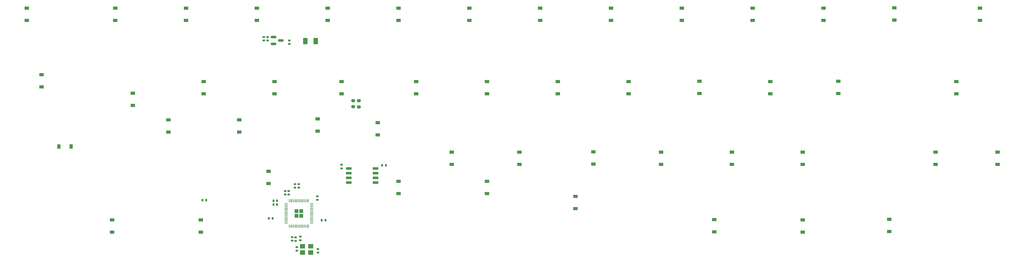
<source format=gbr>
%TF.GenerationSoftware,KiCad,Pcbnew,(6.0.6)*%
%TF.CreationDate,2022-08-10T17:01:52+02:00*%
%TF.ProjectId,rabid40,72616269-6434-4302-9e6b-696361645f70,rev?*%
%TF.SameCoordinates,Original*%
%TF.FileFunction,Paste,Bot*%
%TF.FilePolarity,Positive*%
%FSLAX46Y46*%
G04 Gerber Fmt 4.6, Leading zero omitted, Abs format (unit mm)*
G04 Created by KiCad (PCBNEW (6.0.6)) date 2022-08-10 17:01:52*
%MOMM*%
%LPD*%
G01*
G04 APERTURE LIST*
G04 Aperture macros list*
%AMRoundRect*
0 Rectangle with rounded corners*
0 $1 Rounding radius*
0 $2 $3 $4 $5 $6 $7 $8 $9 X,Y pos of 4 corners*
0 Add a 4 corners polygon primitive as box body*
4,1,4,$2,$3,$4,$5,$6,$7,$8,$9,$2,$3,0*
0 Add four circle primitives for the rounded corners*
1,1,$1+$1,$2,$3*
1,1,$1+$1,$4,$5*
1,1,$1+$1,$6,$7*
1,1,$1+$1,$8,$9*
0 Add four rect primitives between the rounded corners*
20,1,$1+$1,$2,$3,$4,$5,0*
20,1,$1+$1,$4,$5,$6,$7,0*
20,1,$1+$1,$6,$7,$8,$9,0*
20,1,$1+$1,$8,$9,$2,$3,0*%
G04 Aperture macros list end*
%ADD10RoundRect,0.140000X0.170000X-0.140000X0.170000X0.140000X-0.170000X0.140000X-0.170000X-0.140000X0*%
%ADD11R,1.200000X0.900000*%
%ADD12RoundRect,0.050000X0.050000X0.387500X-0.050000X0.387500X-0.050000X-0.387500X0.050000X-0.387500X0*%
%ADD13RoundRect,0.050000X0.387500X0.050000X-0.387500X0.050000X-0.387500X-0.050000X0.387500X-0.050000X0*%
%ADD14RoundRect,0.250000X0.292217X0.292217X-0.292217X0.292217X-0.292217X-0.292217X0.292217X-0.292217X0*%
%ADD15RoundRect,0.135000X0.135000X0.185000X-0.135000X0.185000X-0.135000X-0.185000X0.135000X-0.185000X0*%
%ADD16RoundRect,0.140000X-0.170000X0.140000X-0.170000X-0.140000X0.170000X-0.140000X0.170000X0.140000X0*%
%ADD17RoundRect,0.140000X0.140000X0.170000X-0.140000X0.170000X-0.140000X-0.170000X0.140000X-0.170000X0*%
%ADD18R,0.900000X1.200000*%
%ADD19RoundRect,0.135000X0.185000X-0.135000X0.185000X0.135000X-0.185000X0.135000X-0.185000X-0.135000X0*%
%ADD20RoundRect,0.150000X0.650000X0.150000X-0.650000X0.150000X-0.650000X-0.150000X0.650000X-0.150000X0*%
%ADD21RoundRect,0.150000X-0.587500X-0.150000X0.587500X-0.150000X0.587500X0.150000X-0.587500X0.150000X0*%
%ADD22R,1.400000X1.200000*%
%ADD23RoundRect,0.200000X-0.275000X0.200000X-0.275000X-0.200000X0.275000X-0.200000X0.275000X0.200000X0*%
%ADD24RoundRect,0.250000X0.375000X0.625000X-0.375000X0.625000X-0.375000X-0.625000X0.375000X-0.625000X0*%
%ADD25RoundRect,0.135000X-0.135000X-0.185000X0.135000X-0.185000X0.135000X0.185000X-0.135000X0.185000X0*%
%ADD26RoundRect,0.140000X-0.140000X-0.170000X0.140000X-0.170000X0.140000X0.170000X-0.140000X0.170000X0*%
G04 APERTURE END LIST*
D10*
%TO.C,C11*%
X97667500Y-55831250D03*
X97667500Y-56791250D03*
%TD*%
D11*
%TO.C,D32*%
X188942500Y-66921250D03*
X188942500Y-70221250D03*
%TD*%
D12*
%TO.C,U1*%
X102855000Y-99060000D03*
X102455000Y-99060000D03*
X102055000Y-99060000D03*
X101655000Y-99060000D03*
X101255000Y-99060000D03*
X100855000Y-99060000D03*
X100455000Y-99060000D03*
X100055000Y-99060000D03*
X99655000Y-99060000D03*
X99255000Y-99060000D03*
X98855000Y-99060000D03*
X98455000Y-99060000D03*
X98055000Y-99060000D03*
X97655000Y-99060000D03*
D13*
X96817500Y-99897500D03*
X96817500Y-100297500D03*
X96817500Y-100697500D03*
X96817500Y-101097500D03*
X96817500Y-101497500D03*
X96817500Y-101897500D03*
X96817500Y-102297500D03*
X96817500Y-102697500D03*
X96817500Y-103097500D03*
X96817500Y-103497500D03*
X96817500Y-103897500D03*
X96817500Y-104297500D03*
X96817500Y-104697500D03*
X96817500Y-105097500D03*
D12*
X97655000Y-105935000D03*
X98055000Y-105935000D03*
X98455000Y-105935000D03*
X98855000Y-105935000D03*
X99255000Y-105935000D03*
X99655000Y-105935000D03*
X100055000Y-105935000D03*
X100455000Y-105935000D03*
X100855000Y-105935000D03*
X101255000Y-105935000D03*
X101655000Y-105935000D03*
X102055000Y-105935000D03*
X102455000Y-105935000D03*
X102855000Y-105935000D03*
D13*
X103692500Y-105097500D03*
X103692500Y-104697500D03*
X103692500Y-104297500D03*
X103692500Y-103897500D03*
X103692500Y-103497500D03*
X103692500Y-103097500D03*
X103692500Y-102697500D03*
X103692500Y-102297500D03*
X103692500Y-101897500D03*
X103692500Y-101497500D03*
X103692500Y-101097500D03*
X103692500Y-100697500D03*
X103692500Y-100297500D03*
X103692500Y-99897500D03*
D14*
X100892500Y-103135000D03*
X100892500Y-101860000D03*
X99617500Y-103135000D03*
X99617500Y-101860000D03*
%TD*%
D11*
%TO.C,D1*%
X27017500Y-47077500D03*
X27017500Y-50377500D03*
%TD*%
%TO.C,D20*%
X131792500Y-66921250D03*
X131792500Y-70221250D03*
%TD*%
%TO.C,D44*%
X245298750Y-66858750D03*
X245298750Y-70158750D03*
%TD*%
D10*
%TO.C,C6*%
X96537500Y-96457500D03*
X96537500Y-97417500D03*
%TD*%
D11*
%TO.C,D39*%
X222280000Y-47140000D03*
X222280000Y-50440000D03*
%TD*%
%TO.C,D15*%
X107980000Y-47140000D03*
X107980000Y-50440000D03*
%TD*%
%TO.C,D26*%
X150842500Y-97146250D03*
X150842500Y-93846250D03*
%TD*%
%TO.C,D4*%
X50830000Y-47077500D03*
X50830000Y-50377500D03*
%TD*%
D15*
%TO.C,R4*%
X122630000Y-89560000D03*
X123650000Y-89560000D03*
%TD*%
D16*
%TO.C,C4*%
X90787500Y-55851250D03*
X90787500Y-54891250D03*
%TD*%
D11*
%TO.C,D10*%
X50036250Y-104227500D03*
X50036250Y-107527500D03*
%TD*%
%TO.C,D24*%
X150842500Y-66921250D03*
X150842500Y-70221250D03*
%TD*%
D17*
%TO.C,C5*%
X93417500Y-99087500D03*
X94377500Y-99087500D03*
%TD*%
D11*
%TO.C,D28*%
X169892500Y-66921250D03*
X169892500Y-70221250D03*
%TD*%
%TO.C,D49*%
X271492500Y-85971250D03*
X271492500Y-89271250D03*
%TD*%
D18*
%TO.C,D3*%
X35686250Y-84446250D03*
X38986250Y-84446250D03*
%TD*%
D11*
%TO.C,D17*%
X121473750Y-81333750D03*
X121473750Y-78033750D03*
%TD*%
%TO.C,D47*%
X260380000Y-47015000D03*
X260380000Y-50315000D03*
%TD*%
%TO.C,D42*%
X259025000Y-104100000D03*
X259025000Y-107400000D03*
%TD*%
%TO.C,D50*%
X283398750Y-47140000D03*
X283398750Y-50440000D03*
%TD*%
%TO.C,D8*%
X74642500Y-66921250D03*
X74642500Y-70221250D03*
%TD*%
D19*
%TO.C,R5*%
X100627500Y-108717500D03*
X100627500Y-109737500D03*
%TD*%
D11*
%TO.C,D48*%
X277048750Y-66921250D03*
X277048750Y-70221250D03*
%TD*%
%TO.C,D34*%
X211961250Y-104165000D03*
X211961250Y-107465000D03*
%TD*%
%TO.C,D30*%
X174655000Y-101240000D03*
X174655000Y-97940000D03*
%TD*%
D20*
%TO.C,U2*%
X113687500Y-90377500D03*
X113687500Y-91647500D03*
X113687500Y-92917500D03*
X113687500Y-94187500D03*
X120887500Y-94187500D03*
X120887500Y-92917500D03*
X120887500Y-91647500D03*
X120887500Y-90377500D03*
%TD*%
D11*
%TO.C,D23*%
X146080000Y-47140000D03*
X146080000Y-50440000D03*
%TD*%
%TO.C,D41*%
X235773750Y-85971250D03*
X235773750Y-89271250D03*
%TD*%
%TO.C,D9*%
X84167500Y-80540000D03*
X84167500Y-77240000D03*
%TD*%
%TO.C,D12*%
X93692500Y-66921250D03*
X93692500Y-70221250D03*
%TD*%
D21*
%TO.C,U3*%
X95347500Y-55817500D03*
X93472500Y-54867500D03*
X93472500Y-56767500D03*
%TD*%
D11*
%TO.C,D43*%
X241330000Y-47077500D03*
X241330000Y-50377500D03*
%TD*%
D16*
%TO.C,C2*%
X98390000Y-109880000D03*
X98390000Y-108920000D03*
%TD*%
D10*
%TO.C,C15*%
X91807500Y-54891250D03*
X91807500Y-55851250D03*
%TD*%
D11*
%TO.C,D29*%
X179417500Y-85908750D03*
X179417500Y-89208750D03*
%TD*%
D17*
%TO.C,C7*%
X93425000Y-100116250D03*
X94385000Y-100116250D03*
%TD*%
%TO.C,C10*%
X92200000Y-103810000D03*
X93160000Y-103810000D03*
%TD*%
D22*
%TO.C,Y1*%
X101237500Y-113077500D03*
X103437500Y-113077500D03*
X103437500Y-111377500D03*
X101237500Y-111377500D03*
%TD*%
D11*
%TO.C,D36*%
X207992500Y-66858750D03*
X207992500Y-70158750D03*
%TD*%
D23*
%TO.C,R1*%
X116420000Y-73770000D03*
X116420000Y-72120000D03*
%TD*%
D24*
%TO.C,F1*%
X101953750Y-56040000D03*
X104753750Y-56040000D03*
%TD*%
D10*
%TO.C,C13*%
X105177500Y-97927500D03*
X105177500Y-98887500D03*
%TD*%
D11*
%TO.C,D25*%
X159573750Y-85971250D03*
X159573750Y-89271250D03*
%TD*%
%TO.C,D14*%
X73848750Y-104227500D03*
X73848750Y-107527500D03*
%TD*%
%TO.C,D52*%
X288161250Y-85971250D03*
X288161250Y-89271250D03*
%TD*%
D10*
%TO.C,C1*%
X100230000Y-94600000D03*
X100230000Y-95560000D03*
%TD*%
D11*
%TO.C,D6*%
X65117500Y-80540000D03*
X65117500Y-77240000D03*
%TD*%
%TO.C,D40*%
X227042500Y-66921250D03*
X227042500Y-70221250D03*
%TD*%
D25*
%TO.C,R3*%
X75350000Y-98970000D03*
X74330000Y-98970000D03*
%TD*%
D11*
%TO.C,D19*%
X127030000Y-47077500D03*
X127030000Y-50377500D03*
%TD*%
%TO.C,D2*%
X31050000Y-65060000D03*
X31050000Y-68360000D03*
%TD*%
%TO.C,D18*%
X92090000Y-94470000D03*
X92090000Y-91170000D03*
%TD*%
%TO.C,D5*%
X55592500Y-70096250D03*
X55592500Y-73396250D03*
%TD*%
%TO.C,D21*%
X141317500Y-85971250D03*
X141317500Y-89271250D03*
%TD*%
%TO.C,D31*%
X184180000Y-47140000D03*
X184180000Y-50440000D03*
%TD*%
%TO.C,D16*%
X111710000Y-66920000D03*
X111710000Y-70220000D03*
%TD*%
%TO.C,D27*%
X165130000Y-47077500D03*
X165130000Y-50377500D03*
%TD*%
%TO.C,D13*%
X105257500Y-80307500D03*
X105257500Y-77007500D03*
%TD*%
%TO.C,D35*%
X203230000Y-47077500D03*
X203230000Y-50377500D03*
%TD*%
%TO.C,D38*%
X235773750Y-104227500D03*
X235773750Y-107527500D03*
%TD*%
D10*
%TO.C,C17*%
X99696250Y-111588750D03*
X99696250Y-112548750D03*
%TD*%
%TO.C,C8*%
X111737500Y-89387500D03*
X111737500Y-90347500D03*
%TD*%
D11*
%TO.C,D11*%
X88930000Y-47077500D03*
X88930000Y-50377500D03*
%TD*%
D16*
%TO.C,C16*%
X105340000Y-113110000D03*
X105340000Y-112150000D03*
%TD*%
%TO.C,C14*%
X99400000Y-109960000D03*
X99400000Y-109000000D03*
%TD*%
D23*
%TO.C,R2*%
X114880000Y-73710000D03*
X114880000Y-72060000D03*
%TD*%
D11*
%TO.C,D33*%
X197673750Y-85971250D03*
X197673750Y-89271250D03*
%TD*%
%TO.C,D22*%
X127030000Y-97146250D03*
X127030000Y-93846250D03*
%TD*%
D10*
%TO.C,C3*%
X97537500Y-96457500D03*
X97537500Y-97417500D03*
%TD*%
%TO.C,C9*%
X99210000Y-94580000D03*
X99210000Y-95540000D03*
%TD*%
D11*
%TO.C,D7*%
X69880000Y-47077500D03*
X69880000Y-50377500D03*
%TD*%
D26*
%TO.C,C12*%
X107380000Y-104390000D03*
X106420000Y-104390000D03*
%TD*%
D11*
%TO.C,D37*%
X216723750Y-85971250D03*
X216723750Y-89271250D03*
%TD*%
M02*

</source>
